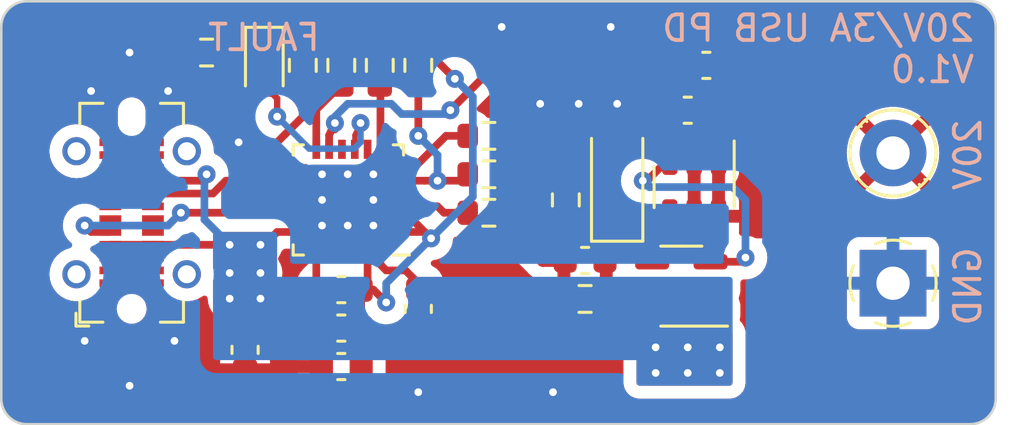
<source format=kicad_pcb>
(kicad_pcb (version 20221018) (generator pcbnew)
  (layers (0 "F.Cu" signal) (31 "B.Cu" power) (34 "B.Paste" user) (35 "F.Paste" user) (36 "B.SilkS" user "B.Silkscreen") (37 "F.SilkS" user "F.Silkscreen") (38 "B.Mask" user) (39 "F.Mask" user) (44 "Edge.Cuts" user))
  (net 0 "")
  (net 1 "VBUS")
  (net 2 "Net-(D1-A)")
  (net 3 "+20V")
  (net 4 "GND")
  (net 5 "Net-(U1-VCCD)")
  (net 6 "Net-(D1-K)")
  (net 7 "Net-(D2-K)")
  (net 10 "/USB_UFP_CC1")
  (net 18 "/USB_UFP_CC2")
  (net 25 "Net-(U1-VBUS_FET_EN)")
  (net 26 "Net-(U1-HPI_SDA)")
  (net 27 "Net-(U1-HPI_SCL)")
  (net 28 "Net-(U1-HPI_INT)")
  (net 29 "Net-(U1-ISNK_COARSE)")
  (net 30 "Net-(U1-ISNK_FINE)")
  (net 37 "/USB_PD_VDDD_3V3")
  (net 38 "/FAULT")
  (footprint "Resistor_SMD:R_0603_1608Metric" (layer "F.Cu") (at 64.5 82.75)
    (fp_text reference "R9" hide)
    (fp_text value "5k1" hide)
    (fp_line (start -0.237258 -0.5225) (end 0.237258 -0.5225) (stroke (width 0.12)) (layer "F.SilkS"))
    (fp_line (start -0.237258 0.5225) (end 0.237258 0.5225) (stroke (width 0.12)) (layer "F.SilkS"))
    (pad "1" smd roundrect (at -0.825 0) (size 0.8 0.95) (layers "F.Cu" "F.Paste" "F.Mask") (net 29 "Net-(U1-ISNK_COARSE)"))
    (pad "2" smd roundrect (at 0.825 0) (size 0.8 0.95) (layers "F.Cu" "F.Paste" "F.Mask") (net 4 "GND"))
  )
  (footprint "Capacitor_SMD:C_0603_1608Metric" (layer "F.Cu") (at 72.25 80.25 180)
    (fp_text reference "C2" hide)
    (fp_text value "1u" hide)
    (fp_line (start -0.14058 -0.51) (end 0.14058 -0.51) (stroke (width 0.12)) (layer "F.SilkS"))
    (fp_line (start -0.14058 0.51) (end 0.14058 0.51) (stroke (width 0.12)) (layer "F.SilkS"))
    (pad "1" smd roundrect (at -0.775 0 180) (size 0.9 0.95) (layers "F.Cu" "F.Paste" "F.Mask") (net 3 "+20V"))
    (pad "2" smd roundrect (at 0.775 0 180) (size 0.9 0.95) (layers "F.Cu" "F.Paste" "F.Mask") (net 2 "Net-(D1-A)"))
  )
  (footprint "Resistor_SMD:R_0603_1608Metric" (layer "F.Cu") (at 64.5 81.25)
    (fp_text reference "R10" hide)
    (fp_text value "5k1" hide)
    (fp_line (start -0.237258 -0.5225) (end 0.237258 -0.5225) (stroke (width 0.12)) (layer "F.SilkS"))
    (fp_line (start -0.237258 0.5225) (end 0.237258 0.5225) (stroke (width 0.12)) (layer "F.SilkS"))
    (pad "1" smd roundrect (at -0.825 0) (size 0.8 0.95) (layers "F.Cu" "F.Paste" "F.Mask") (net 30 "Net-(U1-ISNK_FINE)"))
    (pad "2" smd roundrect (at 0.825 0) (size 0.8 0.95) (layers "F.Cu" "F.Paste" "F.Mask") (net 4 "GND"))
  )
  (footprint "Resistor_SMD:R_0603_1608Metric" (layer "F.Cu") (at 53.5 78 180)
    (fp_text reference "R8" hide)
    (fp_text value "10k" hide)
    (fp_line (start -0.237258 -0.5225) (end 0.237258 -0.5225) (stroke (width 0.12)) (layer "F.SilkS"))
    (fp_line (start -0.237258 0.5225) (end 0.237258 0.5225) (stroke (width 0.12)) (layer "F.SilkS"))
    (pad "1" smd roundrect (at -0.825 0 180) (size 0.8 0.95) (layers "F.Cu" "F.Paste" "F.Mask") (net 7 "Net-(D2-K)"))
    (pad "2" smd roundrect (at 0.825 0 180) (size 0.8 0.95) (layers "F.Cu" "F.Paste" "F.Mask") (net 4 "GND"))
  )
  (footprint "Cake_USB:CYPD3177_24LQx_QFN-24_EP_4x4_Pitch0.5mm" (layer "F.Cu") (at 58.68125 83.40625 180)
    (fp_text reference "U1" hide)
    (fp_text value "CYPD3177_24x")
    (fp_line (start -2.49375 1.80625) (end -2.49375 1.40625) (stroke (width 0.12)) (layer "F.SilkS"))
    (fp_line (start -2.09375 -2.49375) (end -2.71875 -2.49375) (stroke (width 0.12)) (layer "F.SilkS"))
    (fp_line (start -2.09375 1.80625) (end -2.49375 1.80625) (stroke (width 0.12)) (layer "F.SilkS"))
    (fp_line (start 1.40625 -2.49375) (end 1.80625 -2.49375) (stroke (width 0.12)) (layer "F.SilkS"))
    (fp_line (start 1.40625 1.80625) (end 1.80625 1.80625) (stroke (width 0.12)) (layer "F.SilkS"))
    (fp_line (start 1.80625 -2.49375) (end 1.80625 -2.09375) (stroke (width 0.12)) (layer "F.SilkS"))
    (fp_line (start 1.80625 1.80625) (end 1.80625 1.40625) (stroke (width 0.12)) (layer "F.SilkS"))
    (pad "1" smd rect (at -2.31875 -1.59375 270) (size 0.3 0.75) (layers "F.Cu" "F.Paste" "F.Mask") (net 37 "/USB_PD_VDDD_3V3"))
    (pad "2" smd rect (at -2.31875 -1.09375 270) (size 0.3 0.75) (layers "F.Cu" "F.Paste" "F.Mask") (net 37 "/USB_PD_VDDD_3V3"))
    (pad "3" smd rect (at -2.31875 -0.59375 270) (size 0.3 0.75) (layers "F.Cu" "F.Paste" "F.Mask") (net 25 "Net-(U1-VBUS_FET_EN)"))
    (pad "4" smd rect (at -2.31875 -0.09375 270) (size 0.3 0.75) (layers "F.Cu" "F.Paste" "F.Mask"))
    (pad "5" smd rect (at -2.31875 0.40625 270) (size 0.3 0.75) (layers "F.Cu" "F.Paste" "F.Mask") (net 29 "Net-(U1-ISNK_COARSE)"))
    (pad "6" smd rect (at -2.31875 0.90625 270) (size 0.3 0.75) (layers "F.Cu" "F.Paste" "F.Mask") (net 30 "Net-(U1-ISNK_FINE)"))
    (pad "7" smd rect (at -1.59375 1.63125 180) (size 0.3 0.75) (layers "F.Cu" "F.Paste" "F.Mask") (net 28 "Net-(U1-HPI_INT)"))
    (pad "8" smd rect (at -1.09375 1.63125 180) (size 0.3 0.75) (layers "F.Cu" "F.Paste" "F.Mask"))
    (pad "9" smd rect (at -0.59375 1.63125 180) (size 0.3 0.75) (layers "F.Cu" "F.Paste" "F.Mask") (net 38 "/FAULT"))
    (pad "10" smd rect (at -0.09375 1.63125 180) (size 0.3 0.75) (layers "F.Cu" "F.Paste" "F.Mask"))
    (pad "11" smd rect (at 0.40625 1.63125 180) (size 0.3 0.75) (layers "F.Cu" "F.Paste" "F.Mask") (net 3 "+20V"))
    (pad "12" smd rect (at 0.90625 1.63125 180) (size 0.3 0.75) (layers "F.Cu" "F.Paste" "F.Mask") (net 26 "Net-(U1-HPI_SDA)"))
    (pad "13" smd rect (at 1.63125 0.90625 270) (size 0.3 0.75) (layers "F.Cu" "F.Paste" "F.Mask") (net 27 "Net-(U1-HPI_SCL)"))
    (pad "14" smd rect (at 1.63125 0.40625 270) (size 0.3 0.75) (layers "F.Cu" "F.Paste" "F.Mask") (net 18 "/USB_UFP_CC2"))
    (pad "15" smd rect (at 1.63125 -0.09375 270) (size 0.3 0.75) (layers "F.Cu" "F.Paste" "F.Mask") (net 10 "/USB_UFP_CC1"))
    (pad "16" smd rect (at 1.63125 -0.59375 270) (size 0.3 0.75) (layers "F.Cu" "F.Paste" "F.Mask"))
    (pad "17" smd rect (at 1.63125 -1.09375 270) (size 0.3 0.75) (layers "F.Cu" "F.Paste" "F.Mask"))
    (pad "18" smd rect (at 1.63125 -1.59375 270) (size 0.3 0.75) (layers "F.Cu" "F.Paste" "F.Mask") (net 1 "VBUS"))
    (pad "19" smd rect (at 0.90625 -2.31875 180) (size 0.3 0.75) (layers "F.Cu" "F.Paste" "F.Mask") (net 4 "GND"))
    (pad "20" smd rect (at 0.40625 -2.31875 180) (size 0.3 0.75) (layers "F.Cu" "F.Paste" "F.Mask"))
    (pad "21" smd rect (at -0.09375 -2.31875 180) (size 0.3 0.75) (layers "F.Cu" "F.Paste" "F.Mask"))
    (pad "22" smd rect (at -0.59375 -2.31875 180) (size 0.3 0.75) (layers "F.Cu" "F.Paste" "F.Mask") (net 4 "GND"))
    (pad "23" smd rect (at -1.09375 -2.31875 180) (size 0.3 0.75) (layers "F.Cu" "F.Paste" "F.Mask") (net 37 "/USB_PD_VDDD_3V3"))
    (pad "24" smd rect (at -1.59375 -2.31875 180) (size 0.3 0.75) (layers "F.Cu" "F.Paste" "F.Mask") (net 5 "Net-(U1-VCCD)"))
    (pad "25" smd rect (at -1.375 -1.375 180) (size 0.6875 0.6875) (layers "F.Cu" "F.Paste" "F.Mask") (net 4 "GND"))
    (pad "25" smd rect (at -1.375 -0.6875 180) (size 0.6875 0.6875) (layers "F.Cu" "F.Paste" "F.Mask") (net 4 "GND"))
    (pad "25" smd rect (at -1.375 0 180) (size 0.6875 0.6875) (layers "F.Cu" "F.Paste" "F.Mask") (net 4 "GND"))
    (pad "25" smd rect (at -1.375 0.6875 180) (size 0.6875 0.6875) (layers "F.Cu" "F.Paste" "F.Mask") (net 4 "GND"))
    (pad "25" smd rect (at -0.6875 -1.375 180) (size 0.6875 0.6875) (layers "F.Cu" "F.Paste" "F.Mask") (net 4 "GND"))
    (pad "25" smd rect (at -0.6875 -0.6875 180) (size 0.6875 0.6875) (layers "F.Cu" "F.Paste" "F.Mask") (net 4 "GND"))
    (pad "25" smd rect (at -0.6875 0 180) (size 0.6875 0.6875) (layers "F.Cu" "F.Paste" "F.Mask") (net 4 "GND"))
    (pad "25" smd rect (at -0.6875 0.6875 180) (size 0.6875 0.6875) (layers "F.Cu" "F.Paste" "F.Mask") (net 4 "GND"))
    (pad "25" smd rect (at 0 -1.375 180) (size 0.6875 0.6875) (layers "F.Cu" "F.Paste" "F.Mask") (net 4 "GND"))
    (pad "25" smd rect (at 0 -0.6875 180) (size 0.6875 0.6875) (layers "F.Cu" "F.Paste" "F.Mask") (net 4 "GND"))
    (pad "25" smd rect (at 0 0 180) (size 0.6875 0.6875) (layers "F.Cu" "F.Paste" "F.Mask") (net 4 "GND"))
    (pad "25" smd rect (at 0 0.6875 180) (size 0.6875 0.6875) (layers "F.Cu" "F.Paste" "F.Mask") (net 4 "GND"))
    (pad "25" smd rect (at 0.6875 -1.375 180) (size 0.6875 0.6875) (layers "F.Cu" "F.Paste" "F.Mask") (net 4 "GND"))
    (pad "25" smd rect (at 0.6875 -0.6875 180) (size 0.6875 0.6875) (layers "F.Cu" "F.Paste" "F.Mask") (net 4 "GND"))
    (pad "25" smd rect (at 0.6875 0 180) (size 0.6875 0.6875) (layers "F.Cu" "F.Paste" "F.Mask") (net 4 "GND"))
    (pad "25" smd rect (at 0.6875 0.6875 180) (size 0.6875 0.6875) (layers "F.Cu" "F.Paste" "F.Mask") (net 4 "GND"))
  )
  (footprint "Diode_SMD:D_SOD-123" (layer "F.Cu") (at 69.5 83 90)
    (fp_text reference "D1" hide)
    (fp_text value "BZT52C12")
    (fp_line (start -2.36 -1) (end -2.36 1) (stroke (width 0.12)) (layer "F.SilkS"))
    (fp_line (start -2.36 -1) (end 1.65 -1) (stroke (width 0.12)) (layer "F.SilkS"))
    (fp_line (start -2.36 1) (end 1.65 1) (stroke (width 0.12)) (layer "F.SilkS"))
    (pad "1" smd roundrect (at -1.65 0 90) (size 0.9 1.2) (layers "F.Cu" "F.Paste" "F.Mask") (net 6 "Net-(D1-K)"))
    (pad "2" smd roundrect (at 1.65 0 90) (size 0.9 1.2) (layers "F.Cu" "F.Paste" "F.Mask") (net 2 "Net-(D1-A)"))
  )
  (footprint "Capacitor_SMD:C_0603_1608Metric" (layer "F.Cu") (at 58.75 87.25 180)
    (fp_text reference "C7" hide)
    (fp_text value "100n" hide)
    (fp_line (start -0.14058 -0.51) (end 0.14058 -0.51) (stroke (width 0.12)) (layer "F.SilkS"))
    (fp_line (start -0.14058 0.51) (end 0.14058 0.51) (stroke (width 0.12)) (layer "F.SilkS"))
    (pad "1" smd roundrect (at -0.775 0 180) (size 0.9 0.95) (layers "F.Cu" "F.Paste" "F.Mask") (net 37 "/USB_PD_VDDD_3V3"))
    (pad "2" smd roundrect (at 0.775 0 180) (size 0.9 0.95) (layers "F.Cu" "F.Paste" "F.Mask") (net 4 "GND"))
  )
  (footprint "Capacitor_SMD:C_0603_1608Metric" (layer "F.Cu") (at 55 89.6 -90)
    (fp_text reference "C3" hide)
    (fp_text value "3u3" hide)
    (fp_line (start -0.14058 -0.51) (end 0.14058 -0.51) (stroke (width 0.12)) (layer "F.SilkS"))
    (fp_line (start -0.14058 0.51) (end 0.14058 0.51) (stroke (width 0.12)) (layer "F.SilkS"))
    (pad "1" smd roundrect (at -0.775 0 270) (size 0.9 0.95) (layers "F.Cu" "F.Paste" "F.Mask") (net 1 "VBUS"))
    (pad "2" smd roundrect (at 0.775 0 270) (size 0.9 0.95) (layers "F.Cu" "F.Paste" "F.Mask") (net 4 "GND"))
  )
  (footprint "Cake_USB:USB_C_Receptacle_GT-USB-7052" (layer "F.Cu") (at 49.5 84.25 90)
    (fp_text reference "J2" hide)
    (fp_text value "USB_C_Receptacle" hide)
    (fp_line (start -4.42 -1.09) (end -4.42 -0.59) (stroke (width 0.12)) (layer "F.SilkS"))
    (fp_line (start -4.42 -1.09) (end -3.92 -1.09) (stroke (width 0.12)) (layer "F.SilkS"))
    (fp_line (start -4.27 -0.94) (end -4.27 -0.04) (stroke (width 0.12)) (layer "F.SilkS"))
    (fp_line (start -4.27 -0.94) (end -3.47 -0.94) (stroke (width 0.12)) (layer "F.SilkS"))
    (fp_line (start -4.27 3.1) (end -4.27 2.2) (stroke (width 0.12)) (layer "F.SilkS"))
    (fp_line (start -4.27 3.1) (end -3.47 3.1) (stroke (width 0.12)) (layer "F.SilkS"))
    (fp_line (start 4.27 -0.94) (end 3.47 -0.94) (stroke (width 0.12)) (layer "F.SilkS"))
    (fp_line (start 4.27 -0.94) (end 4.27 -0.04) (stroke (width 0.12)) (layer "F.SilkS"))
    (fp_line (start 4.27 3.1) (end 3.47 3.1) (stroke (width 0.12)) (layer "F.SilkS"))
    (fp_line (start 4.27 3.1) (end 4.27 2.2) (stroke (width 0.12)) (layer "F.SilkS"))
    (pad "" np_thru_hole circle (at -3.75 1.08 90) (size 0.66 0.66) (drill 0.66) (layers "F&B.Cu" "*.Mask"))
    (pad "" np_thru_hole oval (at 3.75 1.08 90) (size 1 0.58) (drill oval 1 0.58) (layers "F&B.Cu" "*.Mask"))
    (pad "A1" smd rect (at -2.75 0.25 90) (size 0.3 0.85) (layers "F.Cu" "F.Paste" "F.Mask") (net 4 "GND"))
    (pad "A2" smd rect (at -2.25 0.25 90) (size 0.3 0.85) (layers "F.Cu" "F.Paste" "F.Mask"))
    (pad "A3" smd rect (at -1.75 0.25 90) (size 0.3 0.85) (layers "F.Cu" "F.Paste" "F.Mask"))
    (pad "A4" smd rect (at -1.25 0.25 90) (size 0.3 0.85) (layers "F.Cu" "F.Paste" "F.Mask") (net 1 "VBUS"))
    (pad "A5" smd rect (at -0.75 0.25 90) (size 0.3 0.85) (layers "F.Cu" "F.Paste" "F.Mask") (net 10 "/USB_UFP_CC1"))
    (pad "A6" smd rect (at -0.25 0.25 90) (size 0.3 0.85) (layers "F.Cu" "F.Paste" "F.Mask"))
    (pad "A7" smd rect (at 0.25 0.25 90) (size 0.3 0.85) (layers "F.Cu" "F.Paste" "F.Mask"))
    (pad "A8" smd rect (at 0.75 0.25 90) (size 0.3 0.85) (layers "F.Cu" "F.Paste" "F.Mask"))
    (pad "A9" smd rect (at 1.25 0.25 90) (size 0.3 0.85) (layers "F.Cu" "F.Paste" "F.Mask") (net 1 "VBUS"))
    (pad "A10" smd rect (at 1.75 0.25 90) (size 0.3 0.85) (layers "F.Cu" "F.Paste" "F.Mask"))
    (pad "A11" smd rect (at 2.25 0.25 90) (size 0.3 0.85) (layers "F.Cu" "F.Paste" "F.Mask"))
    (pad "A12" smd rect (at 2.75 0.25 90) (size 0.3 0.85) (layers "F.Cu" "F.Paste" "F.Mask") (net 4 "GND"))
    (pad "B1" smd rect (at 2.75 1.91 90) (size 0.3 0.85) (layers "F.Cu" "F.Paste" "F.Mask") (net 4 "GND"))
    (pad "B2" smd rect (at 2.25 1.91 90) (size 0.3 0.85) (layers "F.Cu" "F.Paste" "F.Mask"))
    (pad "B3" smd rect (at 1.75 1.91 90) (size 0.3 0.85) (layers "F.Cu" "F.Paste" "F.Mask"))
    (pad "B4" smd rect (at 1.25 1.91 90) (size 0.3 0.85) (layers "F.Cu" "F.Paste" "F.Mask") (net 1 "VBUS"))
    (pad "B5" smd rect (at 0.75 1.91 90) (size 0.3 0.85) (layers "F.Cu" "F.Paste" "F.Mask") (net 18 "/USB_UFP_CC2"))
    (pad "B6" smd rect (at 0.25 1.91 90) (size 0.3 0.85) (layers "F.Cu" "F.Paste" "F.Mask"))
    (pad "B7" smd rect (at -0.25 1.91 90) (size 0.3 0.85) (layers "F.Cu" "F.Paste" "F.Mask"))
    (pad "B8" smd rect (at -0.75 1.91 90) (size 0.3 0.85) (layers "F.Cu" "F.Paste" "F.Mask"))
    (pad "B9" smd rect (at -1.25 1.91 90) (size 0.3 0.85) (layers "F.Cu" "F.Paste" "F.Mask") (net 1 "VBUS"))
    (pad "B10" smd rect (at -1.75 1.91 90) (size 0.3 0.85) (layers "F.Cu" "F.Paste" "F.Mask"))
    (pad "B11" smd rect (at -2.25 1.91 90) (size 0.3 0.85) (layers "F.Cu" "F.Paste" "F.Mask"))
    (pad "B12" smd rect (at -2.75 1.91 90) (size 0.3 0.85) (layers "F.Cu" "F.Paste" "F.Mask") (net 4 "GND"))
    (pad "S1" thru_hole circle (at -2.4 -1.07 90) (size 1.1 1.1) (drill 0.7) (layers "*.Cu" "*.Mask" "F.Paste"))
    (pad "S1" thru_hole circle (at -2.4 3.23 90) (size 1.1 1.1) (drill 0.7) (layers "*.Cu" "*.Mask" "F.Paste"))
    (pad "S1" thru_hole circle (at 2.4 -1.07 90) (size 1.1 1.1) (drill 0.7) (layers "*.Cu" "*.Mask" "F.Paste"))
    (pad "S1" thru_hole circle (at 2.4 3.23 90) (size 1.1 1.1) (drill 0.7) (layers "*.Cu" "*.Mask" "F.Paste"))
    (zone (net 0) (net_name "") (layer "F.Cu") (name "peg") (connect_pads (clearance 0)) (min_thickness 0.254)
      (keepout (tracks allowed) (vias allowed) (pads not_allowed) (copperpour not_allowed) (footprints not_allowed))
      (fill (thermal_gap 0.508) (thermal_bridge_width 0.508))
      (polygon (pts (xy 48.78 83.45) (xy 48.78 85.05) (xy 48.08 85.05) (xy 48.08 83.45)))
    )
    (zone (net 0) (net_name "") (layer "F.Cu") (name "peg") (connect_pads (clearance 0)) (min_thickness 0.254)
      (keepout (tracks allowed) (vias allowed) (pads not_allowed) (copperpour not_allowed) (footprints not_allowed))
      (fill (thermal_gap 0.508) (thermal_bridge_width 0.508))
      (polygon (pts (xy 53.08 83.45) (xy 53.08 85.05) (xy 52.38 85.05) (xy 52.38 83.45)))
    )
  )
  (footprint "Resistor_SMD:R_0603_1608Metric" (layer "F.Cu") (at 68.25 87.6125 180)
    (fp_text reference "R1" hide)
    (fp_text value "10k" hide)
    (fp_line (start -0.237258 -0.5225) (end 0.237258 -0.5225) (stroke (width 0.12)) (layer "F.SilkS"))
    (fp_line (start -0.237258 0.5225) (end 0.237258 0.5225) (stroke (width 0.12)) (layer "F.SilkS"))
    (pad "1" smd roundrect (at -0.825 0 180) (size 0.8 0.95) (layers "F.Cu" "F.Paste" "F.Mask") (net 1 "VBUS"))
    (pad "2" smd roundrect (at 0.825 0 180) (size 0.8 0.95) (layers "F.Cu" "F.Paste" "F.Mask") (net 2 "Net-(D1-A)"))
  )
  (footprint "Resistor_SMD:R_0603_1608Metric" (layer "F.Cu") (at 57.25 78.5 -90)
    (fp_text reference "R5" hide)
    (fp_text value "10k" hide)
    (fp_line (start -0.237258 -0.5225) (end 0.237258 -0.5225) (stroke (width 0.12)) (layer "F.SilkS"))
    (fp_line (start -0.237258 0.5225) (end 0.237258 0.5225) (stroke (width 0.12)) (layer "F.SilkS"))
    (pad "1" smd roundrect (at -0.825 0 270) (size 0.8 0.95) (layers "F.Cu" "F.Paste" "F.Mask") (net 37 "/USB_PD_VDDD_3V3"))
    (pad "2" smd roundrect (at 0.825 0 270) (size 0.8 0.95) (layers "F.Cu" "F.Paste" "F.Mask") (net 27 "Net-(U1-HPI_SCL)"))
  )
  (footprint "Resistor_SMD:R_0603_1608Metric" (layer "F.Cu") (at 60.25 78.5 -90)
    (fp_text reference "R6" hide)
    (fp_text value "10k" hide)
    (fp_line (start -0.237258 -0.5225) (end 0.237258 -0.5225) (stroke (width 0.12)) (layer "F.SilkS"))
    (fp_line (start -0.237258 0.5225) (end 0.237258 0.5225) (stroke (width 0.12)) (layer "F.SilkS"))
    (pad "1" smd roundrect (at -0.825 0 270) (size 0.8 0.95) (layers "F.Cu" "F.Paste" "F.Mask") (net 37 "/USB_PD_VDDD_3V3"))
    (pad "2" smd roundrect (at 0.825 0 270) (size 0.8 0.95) (layers "F.Cu" "F.Paste" "F.Mask") (net 28 "Net-(U1-HPI_INT)"))
  )
  (footprint "Resistor_SMD:R_0603_1608Metric" (layer "F.Cu") (at 58.75 78.5 -90)
    (fp_text reference "R4" hide)
    (fp_text value "10k" hide)
    (fp_line (start -0.237258 -0.5225) (end 0.237258 -0.5225) (stroke (width 0.12)) (layer "F.SilkS"))
    (fp_line (start -0.237258 0.5225) (end 0.237258 0.5225) (stroke (width 0.12)) (layer "F.SilkS"))
    (pad "1" smd roundrect (at -0.825 0 270) (size 0.8 0.95) (layers "F.Cu" "F.Paste" "F.Mask") (net 37 "/USB_PD_VDDD_3V3"))
    (pad "2" smd roundrect (at 0.825 0 270) (size 0.8 0.95) (layers "F.Cu" "F.Paste" "F.Mask") (net 26 "Net-(U1-HPI_SDA)"))
  )
  (footprint "Resistor_SMD:R_0603_1608Metric" (layer "F.Cu") (at 61.75 78.5 -90)
    (fp_text reference "R7" hide)
    (fp_text value "5k1" hide)
    (fp_line (start -0.237258 -0.5225) (end 0.237258 -0.5225) (stroke (width 0.12)) (layer "F.SilkS"))
    (fp_line (start -0.237258 0.5225) (end 0.237258 0.5225) (stroke (width 0.12)) (layer "F.SilkS"))
    (pad "1" smd roundrect (at -0.825 0 270) (size 0.8 0.95) (layers "F.Cu" "F.Paste" "F.Mask") (net 37 "/USB_PD_VDDD_3V3"))
    (pad "2" smd roundrect (at 0.825 0 270) (size 0.8 0.95) (layers "F.Cu" "F.Paste" "F.Mask") (net 29 "Net-(U1-ISNK_COARSE)"))
  )
  (footprint "Capacitor_SMD:C_0603_1608Metric" (layer "F.Cu") (at 72.975 78.5)
    (fp_text reference "C8" hide)
    (fp_text value "3u3" hide)
    (fp_line (start -0.14058 -0.51) (end 0.14058 -0.51) (stroke (width 0.12)) (layer "F.SilkS"))
    (fp_line (start -0.14058 0.51) (end 0.14058 0.51) (stroke (width 0.12)) (layer "F.SilkS"))
    (pad "1" smd roundrect (at -0.775 0) (size 0.9 0.95) (layers "F.Cu" "F.Paste" "F.Mask") (net 3 "+20V"))
    (pad "2" smd roundrect (at 0.775 0) (size 0.9 0.95) (layers "F.Cu" "F.Paste" "F.Mask") (net 4 "GND"))
  )
  (footprint "Capacitor_SMD:C_0603_1608Metric" (layer "F.Cu") (at 58.75 90.25 180)
    (fp_text reference "C5" hide)
    (fp_text value "100n")
    (fp_line (start -0.14058 -0.51) (end 0.14058 -0.51) (stroke (width 0.12)) (layer "F.SilkS"))
    (fp_line (start -0.14058 0.51) (end 0.14058 0.51) (stroke (width 0.12)) (layer "F.SilkS"))
    (pad "1" smd roundrect (at -0.775 0 180) (size 0.9 0.95) (layers "F.Cu" "F.Paste" "F.Mask") (net 37 "/USB_PD_VDDD_3V3"))
    (pad "2" smd roundrect (at 0.775 0 180) (size 0.9 0.95) (layers "F.Cu" "F.Paste" "F.Mask") (net 4 "GND"))
  )
  (footprint "Capacitor_SMD:C_0603_1608Metric" (layer "F.Cu") (at 68.25 86.1125 180)
    (fp_text reference "C1" hide)
    (fp_text value "1u" hide)
    (fp_line (start -0.14058 -0.51) (end 0.14058 -0.51) (stroke (width 0.12)) (layer "F.SilkS"))
    (fp_line (start -0.14058 0.51) (end 0.14058 0.51) (stroke (width 0.12)) (layer "F.SilkS"))
    (pad "1" smd roundrect (at -0.775 0 180) (size 0.9 0.95) (layers "F.Cu" "F.Paste" "F.Mask") (net 1 "VBUS"))
    (pad "2" smd roundrect (at 0.775 0 180) (size 0.9 0.95) (layers "F.Cu" "F.Paste" "F.Mask") (net 2 "Net-(D1-A)"))
  )
  (footprint "TerminalBlock_Phoenix:TerminalBlock_Phoenix_MKDS-1,5-2-5.08_1x02_P5.08mm_Horizontal" (layer "F.Cu") (at 80.25 87 90)
    (fp_text reference "J1" hide)
    (fp_text value "Screw_Terminal_01x02" hide)
    (fp_line (start 3.853 1.023) (end 3.806 1.069) (stroke (width 0.12)) (layer "F.SilkS"))
    (fp_line (start 4.046 1.239) (end 4.011 1.274) (stroke (width 0.12)) (layer "F.SilkS"))
    (fp_line (start 6.15 -1.275) (end 6.115 -1.239) (stroke (width 0.12)) (layer "F.SilkS"))
    (fp_line (start 6.355 -1.069) (end 6.308 -1.023) (stroke (width 0.12)) (layer "F.SilkS"))
    (fp_arc (start -1.535427 0.683042) (mid -1.680501 -0.000524) (end -1.535 -0.684) (stroke (width 0.12)) (layer "F.SilkS"))
    (fp_arc (start -0.683042 -1.535427) (mid 0.000524 -1.680501) (end 0.684 -1.535) (stroke (width 0.12)) (layer "F.SilkS"))
    (fp_arc (start 0.028805 1.680253) (mid -0.335551 1.646659) (end -0.684 1.535) (stroke (width 0.12)) (layer "F.SilkS"))
    (fp_arc (start 0.683318 1.534756) (mid 0.349292 1.643288) (end 0 1.68) (stroke (width 0.12)) (layer "F.SilkS"))
    (fp_arc (start 1.535427 -0.683042) (mid 1.680501 0.000524) (end 1.535 0.684) (stroke (width 0.12)) (layer "F.SilkS"))
    (fp_circle (center 5.08 0) (end 6.76 0) (stroke (width 0.12)) (fill none) (layer "F.SilkS"))
    (pad "1" thru_hole rect (at 0 0 90) (size 2.6 2.6) (drill 1.3) (layers "*.Cu" "*.Mask") (net 4 "GND"))
    (pad "2" thru_hole circle (at 5.08 0 90) (size 2.6 2.6) (drill 1.3) (layers "*.Cu" "*.Mask") (net 3 "+20V"))
  )
  (footprint "Capacitor_SMD:C_0603_1608Metric" (layer "F.Cu") (at 58.75 88.75 180)
    (fp_text reference "C6" hide)
    (fp_text value "1u" hide)
    (fp_line (start -0.14058 -0.51) (end 0.14058 -0.51) (stroke (width 0.12)) (layer "F.SilkS"))
    (fp_line (start -0.14058 0.51) (end 0.14058 0.51) (stroke (width 0.12)) (layer "F.SilkS"))
    (pad "1" smd roundrect (at -0.775 0 180) (size 0.9 0.95) (layers "F.Cu" "F.Paste" "F.Mask") (net 37 "/USB_PD_VDDD_3V3"))
    (pad "2" smd roundrect (at 0.775 0 180) (size 0.9 0.95) (layers "F.Cu" "F.Paste" "F.Mask") (net 4 "GND"))
  )
  (footprint "Package_TO_SOT_SMD:SOT-23-6" (layer "F.Cu") (at 72 87.1125 180)
    (fp_text reference "Q1" hide)
    (fp_text value "SI3421DV")
    (fp_line (start 0 -1.56) (end -1.8 -1.56) (stroke (width 0.12)) (layer "F.SilkS"))
    (fp_line (start 0 -1.56) (end 0.8 -1.56) (stroke (width 0.12)) (layer "F.SilkS"))
    (fp_line (start 0 1.56) (end -0.8 1.56) (stroke (width 0.12)) (layer "F.SilkS"))
    (fp_line (start 0 1.56) (end 0.8 1.56) (stroke (width 0.12)) (layer "F.SilkS"))
    (pad "1" smd roundrect (at -1.1375 -0.95 180) (size 1.325 0.6) (layers "F.Cu" "F.Paste" "F.Mask") (net 1 "VBUS"))
    (pad "2" smd roundrect (at -1.1375 0 180) (size 1.325 0.6) (layers "F.Cu" "F.Paste" "F.Mask") (net 1 "VBUS"))
    (pad "3" smd roundrect (at -1.1375 0.95 180) (size 1.325 0.6) (layers "F.Cu" "F.Paste" "F.Mask") (net 2 "Net-(D1-A)"))
    (pad "4" smd roundrect (at 1.1375 0.95 180) (size 1.325 0.6) (layers "F.Cu" "F.Paste" "F.Mask") (net 6 "Net-(D1-K)"))
    (pad "5" smd roundrect (at 1.1375 0 180) (size 1.325 0.6) (layers "F.Cu" "F.Paste" "F.Mask") (net 1 "VBUS"))
    (pad "6" smd roundrect (at 1.1375 -0.95 180) (size 1.325 0.6) (layers "F.Cu" "F.Paste" "F.Mask") (net 1 "VBUS"))
  )
  (footprint "Package_TO_SOT_SMD:SOT-23-6" (layer "F.Cu") (at 72.5 83.25 -90)
    (fp_text reference "Q2" hide)
    (fp_text value "SI3421DV")
    (fp_line (start 0 -1.56) (end -1.8 -1.56) (stroke (width 0.12)) (layer "F.SilkS"))
    (fp_line (start 0 -1.56) (end 0.8 -1.56) (stroke (width 0.12)) (layer "F.SilkS"))
    (fp_line (start 0 1.56) (end -0.8 1.56) (stroke (width 0.12)) (layer "F.SilkS"))
    (fp_line (start 0 1.56) (end 0.8 1.56) (stroke (width 0.12)) (layer "F.SilkS"))
    (pad "1" smd roundrect (at -1.1375 -0.95 270) (size 1.325 0.6) (layers "F.Cu" "F.Paste" "F.Mask") (net 3 "+20V"))
    (pad "2" smd roundrect (at -1.1375 0 270) (size 1.325 0.6) (layers "F.Cu" "F.Paste" "F.Mask") (net 3 "+20V"))
    (pad "3" smd roundrect (at -1.1375 0.95 270) (size 1.325 0.6) (layers "F.Cu" "F.Paste" "F.Mask") (net 2 "Net-(D1-A)"))
    (pad "4" smd roundrect (at 1.1375 0.95 270) (size 1.325 0.6) (layers "F.Cu" "F.Paste" "F.Mask") (net 6 "Net-(D1-K)"))
    (pad "5" smd roundrect (at 1.1375 0 270) (size 1.325 0.6) (layers "F.Cu" "F.Paste" "F.Mask") (net 3 "+20V"))
    (pad "6" smd roundrect (at 1.1375 -0.95 270) (size 1.325 0.6) (layers "F.Cu" "F.Paste" "F.Mask") (net 3 "+20V"))
  )
  (footprint "Resistor_SMD:R_0603_1608Metric" (layer "F.Cu") (at 64.5 84.25 180)
    (fp_text reference "R3" hide)
    (fp_text value "1k" hide)
    (fp_line (start -0.237258 -0.5225) (end 0.237258 -0.5225) (stroke (width 0.12)) (layer "F.SilkS"))
    (fp_line (start -0.237258 0.5225) (end 0.237258 0.5225) (stroke (width 0.12)) (layer "F.SilkS"))
    (pad "1" smd roundrect (at -0.825 0 180) (size 0.8 0.95) (layers "F.Cu" "F.Paste" "F.Mask") (net 2 "Net-(D1-A)"))
    (pad "2" smd roundrect (at 0.825 0 180) (size 0.8 0.95) (layers "F.Cu" "F.Paste" "F.Mask") (net 25 "Net-(U1-VBUS_FET_EN)"))
  )
  (footprint "Resistor_SMD:R_0603_1608Metric" (layer "F.Cu") (at 67.5 83.75 90)
    (fp_text reference "R2" hide)
    (fp_text value "50k" hide)
    (fp_line (start -0.237258 -0.5225) (end 0.237258 -0.5225) (stroke (width 0.12)) (layer "F.SilkS"))
    (fp_line (start -0.237258 0.5225) (end 0.237258 0.5225) (stroke (width 0.12)) (layer "F.SilkS"))
    (pad "1" smd roundrect (at -0.825 0 90) (size 0.8 0.95) (layers "F.Cu" "F.Paste" "F.Mask") (net 6 "Net-(D1-K)"))
    (pad "2" smd roundrect (at 0.825 0 90) (size 0.8 0.95) (layers "F.Cu" "F.Paste" "F.Mask") (net 2 "Net-(D1-A)"))
  )
  (footprint "LED_SMD:LED_0603_1608Metric" (layer "F.Cu") (at 55.75 78.5 -90)
    (fp_text reference "D2" hide)
    (fp_text value "RED")
    (fp_line (start -1.485 -0.735) (end -1.485 0.735) (stroke (width 0.12)) (layer "F.SilkS"))
    (fp_line (start -1.485 0.735) (end 0.8 0.735) (stroke (width 0.12)) (layer "F.SilkS"))
    (fp_line (start 0.8 -0.735) (end -1.485 -0.735) (stroke (width 0.12)) (layer "F.SilkS"))
    (pad "1" smd roundrect (at -0.7875 0 270) (size 0.875 0.95) (layers "F.Cu" "F.Paste" "F.Mask") (net 7 "Net-(D2-K)"))
    (pad "2" smd roundrect (at 0.7875 0 270) (size 0.875 0.95) (layers "F.Cu" "F.Paste" "F.Mask") (net 38 "/FAULT"))
  )
  (footprint "Capacitor_SMD:C_0603_1608Metric" (layer "F.Cu") (at 61.75 88 -90)
    (fp_text reference "C4" hide)
    (fp_text value "1u")
    (fp_line (start -0.14058 -0.51) (end 0.14058 -0.51) (stroke (width 0.12)) (layer "F.SilkS"))
    (fp_line (start -0.14058 0.51) (end 0.14058 0.51) (stroke (width 0.12)) (layer "F.SilkS"))
    (pad "1" smd roundrect (at -0.775 0 270) (size 0.9 0.95) (layers "F.Cu" "F.Paste" "F.Mask") (net 5 "Net-(U1-VCCD)"))
    (pad "2" smd roundrect (at 0.775 0 270) (size 0.9 0.95) (layers "F.Cu" "F.Paste" "F.Mask") (net 4 "GND"))
  )
  (gr_line (start 45.5 77) (end 45.5 91.5) (stroke (width 0.1)) (layer "Edge.Cuts"))
  (gr_line (start 46.5 92.5) (end 83.25 92.5) (stroke (width 0.1)) (layer "Edge.Cuts"))
  (gr_arc (start 83.25 76) (mid 83.957107 76.292893) (end 84.25 77) (stroke (width 0.1)) (layer "Edge.Cuts"))
  (gr_line (start 84.25 77) (end 84.25 91.5) (stroke (width 0.1)) (layer "Edge.Cuts"))
  (gr_arc (start 46.5 92.5) (mid 45.792893 92.207107) (end 45.5 91.5) (stroke (width 0.1)) (layer "Edge.Cuts"))
  (gr_arc (start 45.5 77) (mid 45.792893 76.292893) (end 46.5 76) (stroke (width 0.1)) (layer "Edge.Cuts"))
  (gr_line (start 46.5 76) (end 83.25 76) (stroke (width 0.1)) (layer "Edge.Cuts"))
  (gr_arc (start 84.25 91.5) (mid 83.957107 92.207107) (end 83.25 92.5) (stroke (width 0.1)) (layer "Edge.Cuts"))
  (gr_text "FAULT" (at 58 78) (layer "B.SilkS") (effects (font (size 1 1)) (justify left bottom mirror)))
  (gr_text "20V/3A USB PD\nV1.0" (at 83.5 79.25) (layer "B.SilkS") (effects (font (size 1 1)) (justify left bottom mirror)))
  (gr_text "GND" (at 83.75 85.5 90) (layer "B.SilkS") (effects (font (size 1 1)) (justify left bottom mirror)))
  (gr_text "20V" (at 83.75 80.5 90) (layer "B.SilkS") (effects (font (size 1 1)) (justify left bottom mirror)))
  (segment (start 56.25 85) (end 57.05 85) (width 0.3) (layer "F.Cu") (net 1))
  (segment (start 53.5 82.75) (end 53.51538 82.75) (width 0.3) (layer "F.Cu") (net 1))
  (segment (start 49.75 85.5) (end 51.41 85.5) (width 0.3) (layer "F.Cu") (net 1))
  (segment (start 54.4 85.5) (end 51.41 85.5) (width 0.3) (layer "F.Cu") (net 1))
  (segment (start 49.75 83) (end 51.41 83) (width 0.3) (layer "F.Cu") (net 1))
  (segment (start 53.51538 82.75) (end 53.41538 82.85) (width 0.3) (layer "F.Cu") (net 1))
  (segment (start 70.75 87.6125) (end 69.075 87.6125) (width 0.5) (layer "F.Cu") (net 1))
  (segment (start 51.41 83) (end 53.26538 83) (width 0.3) (layer "F.Cu") (net 1))
  (segment (start 70.8625 87.5) (end 70.8625 88.0625) (width 0.5) (layer "F.Cu") (net 1))
  (segment (start 53.5 82.76538) (end 53.5 82.75) (width 0.3) (layer "F.Cu") (net 1))
  (segment (start 55.75 85.5) (end 56.25 85) (width 0.3) (layer "F.Cu") (net 1))
  (segment (start 69.075 86.1625) (end 69.025 86.1125) (width 0.5) (layer "F.Cu") (net 1))
  (segment (start 73.1375 87.1125) (end 70.8625 87.1125) (width 0.5) (layer "F.Cu") (net 1))
  (segment (start 55.6 85.5) (end 55.75 85.5) (width 0.3) (layer "F.Cu") (net 1))
  (segment (start 55 88.825) (end 55 87.6) (width 0.5) (layer "F.Cu") (net 1))
  (segment (start 70.8625 87.5) (end 70.75 87.6125) (width 0.5) (layer "F.Cu") (net 1))
  (segment (start 54.4 85.5) (end 55.6 85.5) (width 0.3) (layer "F.Cu") (net 1))
  (segment (start 70.8625 87.1125) (end 70.8625 87.5) (width 0.5) (layer "F.Cu") (net 1))
  (segment (start 69.075 87.6125) (end 69.075 86.1625) (width 0.5) (layer "F.Cu") (net 1))
  (segment (start 73.1375 88.0625) (end 70.8625 88.0625) (width 0.5) (layer "F.Cu") (net 1))
  (segment (start 53.26538 83) (end 53.5 82.76538) (width 0.3) (layer "F.Cu") (net 1))
  (via (at 53.5 82.75) (size 0.7) (drill 0.3) (layers "F.Cu" "B.Cu") (net 1))
  (via (at 54.4 87.6) (size 0.7) (drill 0.3) (layers "F.Cu" "B.Cu") (net 1))
  (via (at 71 90.5) (size 0.7) (drill 0.3) (layers "F.Cu" "B.Cu") (net 1))
  (via (at 73.5 90.5) (size 0.7) (drill 0.3) (layers "F.Cu" "B.Cu") (net 1))
  (via (at 72.25 90.5) (size 0.7) (drill 0.3) (layers "F.Cu" "B.Cu") (net 1))
  (via (at 55.6 85.5) (size 0.7) (drill 0.3) (layers "F.Cu" "B.Cu") (net 1))
  (via (at 54.4 85.5) (size 0.7) (drill 0.3) (layers "F.Cu" "B.Cu") (net 1))
  (via (at 54.4 86.6) (size 0.7) (drill 0.3) (layers "F.Cu" "B.Cu") (net 1))
  (via (at 72.25 89.5) (size 0.7) (drill 0.3) (layers "F.Cu" "B.Cu") (net 1))
  (via (at 71 89.5) (size 0.7) (drill 0.3) (layers "F.Cu" "B.Cu") (net 1))
  (via (at 55.6 87.6) (size 0.7) (drill 0.3) (layers "F.Cu" "B.Cu") (net 1))
  (via (at 55.6 86.6) (size 0.7) (drill 0.3) (layers "F.Cu" "B.Cu") (net 1))
  (via (at 73.5 89.5) (size 0.7) (drill 0.3) (layers "F.Cu" "B.Cu") (net 1))
  (segment (start 54.4 85.5) (end 53.41538 84.51538) (width 0.3) (layer "B.Cu") (net 1))
  (segment (start 53.41538 84.51538) (end 53.41538 82.85) (width 0.3) (layer "B.Cu") (net 1))
  (segment (start 66.25 84.5) (end 66.25 85.75) (width 0.5) (layer "F.Cu") (net 2))
  (segment (start 70.5 83) (end 70.6625 83) (width 0.3) (layer "F.Cu") (net 2))
  (segment (start 67.425 87.6125) (end 67.425 86.1625) (width 0.5) (layer "F.Cu") (net 2))
  (segment (start 71.55 82.1125) (end 71.55 80.325) (width 0.5) (layer "F.Cu") (net 2))
  (segment (start 74.3375 86.1625) (end 74.5 86) (width 0.3) (layer "F.Cu") (net 2))
  (segment (start 66 84.25) (end 65.325 84.25) (width 0.5) (layer "F.Cu") (net 2))
  (segment (start 67.425 86.1625) (end 67.475 86.1125) (width 0.5) (layer "F.Cu") (net 2))
  (segment (start 66.6125 86.1125) (end 67.475 86.1125) (width 0.5) (layer "F.Cu") (net 2))
  (segment (start 70.6625 83) (end 71.55 82.1125) (width 0.3) (layer "F.Cu") (net 2))
  (segment (start 67.325 82.925) (end 66 84.25) (width 0.5) (layer "F.Cu") (net 2))
  (segment (start 66 84.25) (end 66.25 84.5) (width 0.5) (layer "F.Cu") (net 2))
  (segment (start 71.55 80.325) (end 71.475 80.25) (width 0.5) (layer "F.Cu") (net 2))
  (segment (start 67.5 82.25) (end 68.4 81.35) (width 0.5) (layer "F.Cu") (net 2))
  (segment (start 66.25 85.75) (end 66.6125 86.1125) (width 0.5) (layer "F.Cu") (net 2))
  (segment (start 70.7875 81.35) (end 71.55 82.1125) (width 0.5) (layer "F.Cu") (net 2))
  (segment (start 73.1375 86.1625) (end 74.3375 86.1625) (width 0.3) (layer "F.Cu") (net 2))
  (segment (start 68.4 81.35) (end 69.5 81.35) (width 0.5) (layer "F.Cu") (net 2))
  (segment (start 67.5 82.925) (end 67.325 82.925) (width 0.5) (layer "F.Cu") (net 2))
  (segment (start 67.5 82.925) (end 67.5 82.25) (width 0.5) (layer "F.Cu") (net 2))
  (segment (start 69.5 81.35) (end 70.7875 81.35) (width 0.5) (layer "F.Cu") (net 2))
  (via (at 74.5 86) (size 0.7) (drill 0.3) (layers "F.Cu" "B.Cu") (net 2))
  (via (at 70.5 83) (size 0.7) (drill 0.3) (layers "F.Cu" "B.Cu") (net 2))
  (segment (start 74 83.25) (end 74.5 83.75) (width 0.3) (layer "B.Cu") (net 2))
  (segment (start 74.5 83.75) (end 74.5 86) (width 0.3) (layer "B.Cu") (net 2))
  (segment (start 70.5 83) (end 70.75 83.25) (width 0.3) (layer "B.Cu") (net 2))
  (segment (start 70.75 83.25) (end 74 83.25) (width 0.3) (layer "B.Cu") (net 2))
  (segment (start 58.5 80.75) (end 58.5 81) (width 0.3) (layer "F.Cu") (net 3))
  (segment (start 58.275 81.775) (end 58.275 81.225) (width 0.3) (layer "F.Cu") (net 3))
  (segment (start 58.275 81.225) (end 58.5 80.75) (width 0.3) (layer "F.Cu") (net 3))
  (segment (start 58.5 81) (end 58.50137 81) (width 0.25) (layer "F.Cu") (net 3))
  (segment (start 73.025 79.525) (end 73.025 80.25) (width 0.3) (layer "F.Cu") (net 3))
  (segment (start 72.5 82.1125) (end 72.5 84.3875) (width 0.5) (layer "F.Cu") (net 3))
  (segment (start 72.25 78.75) (end 73.025 79.525) (width 0.3) (layer "F.Cu") (net 3))
  (segment (start 63 80.25) (end 64.75 78.5) (width 0.3) (layer "F.Cu") (net 3))
  (segment (start 64.75 78.5) (end 72.2 78.5) (width 0.3) (layer "F.Cu") (net 3))
  (via (at 58.5 80.75) (size 0.7) (drill 0.3) (layers "F.Cu" "B.Cu") (net 3))
  (via (at 63 80.25) (size 0.7) (drill 0.3) (layers "F.Cu" "B.Cu") (net 3))
  (segment (start 58.5 80.5) (end 59 80) (width 0.3) (layer "B.Cu") (net 3))
  (segment (start 60.7 80) (end 61.1 80.4) (width 0.3) (layer "B.Cu") (net 3))
  (segment (start 61.1 80.4) (end 62.85 80.4) (width 0.3) (layer "B.Cu") (net 3))
  (segment (start 58.5 80.75) (end 58.5 80.5) (width 0.3) (layer "B.Cu") (net 3))
  (segment (start 59 80) (end 60.7 80) (width 0.3) (layer "B.Cu") (net 3))
  (segment (start 62.85 80.4) (end 63 80.25) (width 0.3) (layer "B.Cu") (net 3))
  (segment (start 57.99375 84.78125) (end 58 84.775) (width 0.2) (layer "F.Cu") (net 4))
  (segment (start 57.775 85.725) (end 57.775 87.05) (width 0.3) (layer "F.Cu") (net 4))
  (segment (start 49.75 87.5) (end 49.5 87.75) (width 0.3) (layer "F.Cu") (net 4))
  (segment (start 58 84.775) (end 58 84.75) (width 0.2) (layer "F.Cu") (net 4))
  (segment (start 57.775 85.725) (end 57.775 85) (width 0.3) (layer "F.Cu") (net 4))
  (segment (start 58.025 84.75) (end 57.775 85) (width 0.2) (layer "F.Cu") (net 4))
  (segment (start 57.775 87.05) (end 57.975 87.25) (width 0.3) (layer "F.Cu") (net 4))
  (segment (start 51.41 80.84) (end 51.75 80.5) (width 0.3) (layer "F.Cu") (net 4))
  (segment (start 51.41 87.41) (end 51.75 87.75) (width 0.3) (layer "F.Cu") (net 4))
  (segment (start 51.41 81.5) (end 51.41 80.84) (width 0.3) (layer "F.Cu") (net 4))
  (segment (start 49.75 87) (end 49.75 87.5) (width 0.3) (layer "F.Cu") (net 4))
  (segment (start 58 84.75) (end 58.025 84.75) (width 0.2) (layer "F.Cu") (net 4))
  (segment (start 57.775 85) (end 57.99375 84.78125) (width 0.3) (layer "F.Cu") (net 4))
  (segment (start 59.275 84.875) (end 59 84.75) (width 0.3) (layer "F.Cu") (net 4))
  (segment (start 59 84.75) (end 59.36875 84.78125) (width 0.3) (layer "F.Cu") (net 4))
  (segment (start 51.41 87) (end 51.41 87.41) (width 0.3) (layer "F.Cu") (net 4))
  (segment (start 59.275 85.725) (end 59.275 84.875) (width 0.3) (layer "F.Cu") (net 4))
  (segment (start 49.75 80.75) (end 49.5 80.5) (width 0.3) (layer "F.Cu") (net 4))
  (segment (start 57.975 87.25) (end 57.975 88.75) (width 0.3) (layer "F.Cu") (net 4))
  (segment (start 57.975 88.75) (end 57.975 90.25) (width 0.3) (layer "F.Cu") (net 4))
  (segment (start 49.75 81.5) (end 49.75 80.75) (width 0.3) (layer "F.Cu") (net 4))
  (via (at 50.5 91) (size 0.7) (drill 0.3) (layers "F.Cu" "B.Cu") (net 4))
  (via (at 58 83.75) (size 0.7) (drill 0.3) (layers "F.Cu" "B.Cu") (net 4))
  (via (at 60 82.75) (size 0.7) (drill 0.3) (layers "F.Cu" "B.Cu") (net 4))
  (via (at 48.75 89.25) (size 0.7) (drill 0.3) (layers "F.Cu" "B.Cu") (net 4))
  (via (at 50.5 78) (size 0.7) (drill 0.3) (layers "F.Cu" "B.Cu") (net 4))
  (via (at 68 80) (size 0.7) (drill 0.3) (layers "F.Cu" "B.Cu") (net 4))
  (via (at 65 77) (size 0.7) (drill 0.3) (layers "F.Cu" "B.Cu") (net 4))
  (via (at 61.75 91.25) (size 0.7) (drill 0.3) (layers "F.Cu" "B.Cu") (net 4))
  (via (at 69.5 80) (size 0.7) (drill 0.3) (layers "F.Cu" "B.Cu") (net 4))
  (via (at 67 91.25) (size 0.7) (drill 0.3) (layers "F.Cu" "B.Cu") (net 4))
  (via (at 49 79.5) (size 0.7) (drill 0.3) (layers "F.Cu" "B.Cu") (net 4))
  (via (at 54.75 81.5) (size 0.7) (drill 0.3) (layers "F.Cu" "B.Cu") (net 4))
  (via (at 58 84.75) (size 0.7) (drill 0.3) (layers "F.Cu" "B.Cu") (net 4))
  (via (at 66.5 80) (size 0.7) (drill 0.3) (layers "F.Cu" "B.Cu") (net 4))
  (via (at 59 84.75) (size 0.7) (drill 0.3) (layers "F.Cu" "B.Cu") (net 4))
  (via (at 58 82.75) (size 0.7) (drill 0.3) (layers "F.Cu" "B.Cu") (net 4))
  (via (at 52.25 89.25) (size 0.7) (drill 0.3) (layers "F.Cu" "B.Cu") (net 4))
  (via (at 69.25 77) (size 0.7) (drill 0.3) (layers "F.Cu" "B.Cu") (net 4))
  (via (at 60 83.75) (size 0.7) (drill 0.3) (layers "F.Cu" "B.Cu") (net 4))
  (via (at 60 84.75) (size 0.7) (drill 0.3) (layers "F.Cu" "B.Cu") (net 4))
  (via (at 59 82.75) (size 0.7) (drill 0.3) (layers "F.Cu" "B.Cu") (net 4))
  (via (at 52 79.5) (size 0.7) (drill 0.3) (layers "F.Cu" "B.Cu") (net 4))
  (segment (start 61.75 87.225) (end 61.75 87) (width 0.3) (layer "F.Cu") (net 5))
  (segment (start 60.5 86.5) (end 60.275 86.275) (width 0.3) (layer "F.Cu") (net 5))
  (segment (start 60.275 86.275) (end 60.275 85.725) (width 0.3) (layer "F.Cu") (net 5))
  (segment (start 61.75 87) (end 61.25 86.5) (width 0.3) (layer "F.Cu") (net 5))
  (segment (start 61.25 86.5) (end 60.5 86.5) (width 0.3) (layer "F.Cu") (net 5))
  (segment (start 70.85 86.15) (end 70.8625 86.1625) (width 0.5) (layer "F.Cu") (net 6))
  (segment (start 71.2875 84.65) (end 71.55 84.3875) (width 0.5) (layer "F.Cu") (net 6))
  (segment (start 67.5 84.575) (end 69.425 84.575) (width 0.5) (layer "F.Cu") (net 6))
  (segment (start 69.5 84.65) (end 71.2875 84.65) (width 0.5) (layer "F.Cu") (net 6))
  (segment (start 70.75 85.5) (end 70.8625 85.6125) (width 0.5) (layer "F.Cu") (net 6))
  (segment (start 70.2125 84.65) (end 70.75 85.1875) (width 0.5) (layer "F.Cu") (net 6))
  (segment (start 69.5 84.65) (end 70.2125 84.65) (width 0.5) (layer "F.Cu") (net 6))
  (segment (start 69.425 84.575) (end 69.5 84.65) (width 0.5) (layer "F.Cu") (net 6))
  (segment (start 70.8625 85.6125) (end 70.8625 86.1625) (width 0.5) (layer "F.Cu") (net 6))
  (segment (start 70.75 85.1875) (end 70.75 85.5) (width 0.5) (layer "F.Cu") (net 6))
  (segment (start 54.325 78) (end 55.4625 78) (width 0.3) (layer "F.Cu") (net 7))
  (segment (start 55.4625 78) (end 55.75 77.7125) (width 0.3) (layer "F.Cu") (net 7))
  (segment (start 55.75 84.25) (end 56.5 83.5) (width 0.3) (layer "F.Cu") (net 10))
  (segment (start 56.5 83.5) (end 57.05 83.5) (width 0.3) (layer "F.Cu") (net 10))
  (segment (start 49 85) (end 48.75 84.75) (width 0.3) (layer "F.Cu") (net 10))
  (segment (start 49.75 85) (end 49 85) (width 0.3) (layer "F.Cu") (net 10))
  (segment (start 52.5 84.25) (end 55.75 84.25) (width 0.3) (layer "F.Cu") (net 10))
  (via (at 52.5 84.25) (size 0.7) (drill 0.3) (layers "F.Cu" "B.Cu") (net 10))
  (via (at 48.75 84.75) (size 0.7) (drill 0.3) (layers "F.Cu" "B.Cu") (net 10))
  (segment (start 52 84.75) (end 52.5 84.25) (width 0.3) (layer "B.Cu") (net 10))
  (segment (start 48.75 84.75) (end 52 84.75) (width 0.3) (layer "B.Cu") (net 10))
  (segment (start 51.41 83.5) (end 53.75 83.5) (width 0.3) (layer "F.Cu") (net 18))
  (segment (start 53.75 83.5) (end 54.25 83) (width 0.3) (layer "F.Cu") (net 18))
  (segment (start 54.25 83) (end 57.05 83) (width 0.3) (layer "F.Cu") (net 18))
  (segment (start 61 84) (end 62.5 84) (width 0.3) (layer "F.Cu") (net 25))
  (segment (start 62.75 84.25) (end 63.675 84.25) (width 0.3) (layer "F.Cu") (net 25))
  (segment (start 62.5 84) (end 62.75 84.25) (width 0.3) (layer "F.Cu") (net 25))
  (segment (start 58.675 79.325) (end 58.75 79.325) (width 0.3) (layer "F.Cu") (net 26))
  (segment (start 58.675 79.4) (end 58.75 79.325) (width 0.2) (layer "F.Cu") (net 26))
  (segment (start 57.775 81.775) (end 57.775 80.225) (width 0.3) (layer "F.Cu") (net 26))
  (segment (start 57.775 80.225) (end 58.675 79.325) (width 0.3) (layer "F.Cu") (net 26))
  (segment (start 57.05 82.5) (end 56.5 82.5) (width 0.3) (layer "F.Cu") (net 27))
  (segment (start 57.25 80.5) (end 57.25 79.325) (width 0.3) (layer "F.Cu") (net 27))
  (segment (start 56.25 81.5) (end 57.25 80.5) (width 0.3) (layer "F.Cu") (net 27))
  (segment (start 56.25 82.25) (end 56.25 81.5) (width 0.3) (layer "F.Cu") (net 27))
  (segment (start 56.5 82.5) (end 56.25 82.25) (width 0.3) (layer "F.Cu") (net 27))
  (segment (start 60.275 81.775) (end 60.275 79.35) (width 0.3) (layer "F.Cu") (net 28))
  (segment (start 60.275 79.35) (end 60.25 79.325) (width 0.3) (layer "F.Cu") (net 28))
  (segment (start 62 83) (end 62.5 83) (width 0.3) (layer "F.Cu") (net 29))
  (segment (start 62.5 83) (end 63.425 83) (width 0.3) (layer "F.Cu") (net 29))
  (segment (start 63.425 83) (end 63.675 82.75) (width 0.3) (layer "F.Cu") (net 29))
  (segment (start 61.75 81.25) (end 61.75 79.325) (width 0.3) (layer "F.Cu") (net 29))
  (segment (start 62 83) (end 61 83) (width 0.3) (layer "F.Cu") (net 29))
  (via (at 61.75 81.25) (size 0.7) (drill 0.3) (layers "F.Cu" "B.Cu") (net 29))
  (via (at 62.5 83) (size 0.7) (drill 0.3) (layers "F.Cu" "B.Cu") (net 29))
  (segment (start 61.75 81.25) (end 62.5 82) (width 0.3) (layer "B.Cu") (net 29))
  (segment (start 62.5 82) (end 62.5 83) (width 0.3) (layer "B.Cu") (net 29))
  (segment (start 62.830761 81.25) (end 61.580761 82.5) (width 0.3) (layer "F.Cu") (net 30))
  (segment (start 61.580761 82.5) (end 61 82.5) (width 0.3) (layer "F.Cu") (net 30))
  (segment (start 63.675 81.25) (end 62.830761 81.25) (width 0.3) (layer "F.Cu") (net 30))
  (segment (start 59.453763 87.25) (end 59.525 87.25) (width 0.3) (layer "F.Cu") (net 37))
  (segment (start 59.525 87.25) (end 60 87.25) (width 0.3) (layer "F.Cu") (net 37))
  (segment (start 61.825 77.675) (end 63.175 79.025) (width 0.3) (layer "F.Cu") (net 37))
  (segment (start 59.775 85.725) (end 59.775 87) (width 0.3) (layer "F.Cu") (net 37))
  (segment (start 62 85) (end 62.25 85.25) (width 0.3) (layer "F.Cu") (net 37))
  (segment (start 61.75 77.675) (end 61.825 77.675) (width 0.3) (layer "F.Cu") (net 37))
  (segment (start 57.25 77.675) (end 61.75 77.675) (width 0.5) (layer "F.Cu") (net 37))
  (segment (start 61.5 84.5) (end 61 84.5) (width 0.3) (layer "F.Cu") (net 37))
  (segment (start 62.25 85.25) (end 61.5 84.5) (width 0.3) (layer "F.Cu") (net 37))
  (segment (start 59.775 87) (end 59.525 87.25) (width 0.3) (layer "F.Cu") (net 37))
  (segment (start 60 87.25) (end 60.5 87.75) (width 0.3) (layer "F.Cu") (net 37))
  (segment (start 61 85) (end 62 85) (width 0.3) (layer "F.Cu") (net 37))
  (segment (start 59.525 87.25) (end 59.525 88.75) (width 0.3) (layer "F.Cu") (net 37))
  (segment (start 59.525 88.75) (end 59.525 90.25) (width 0.3) (layer "F.Cu") (net 37))
  (via (at 63.175 79.025) (size 0.7) (drill 0.3) (layers "F.Cu" "B.Cu") (net 37))
  (via (at 60.5 87.75) (size 0.7) (drill 0.3) (layers "F.Cu" "B.Cu") (net 37))
  (via (at 62.25 85.25) (size 0.7) (drill 0.3) (layers "F.Cu" "B.Cu") (net 37))
  (segment (start 63.875 79.725) (end 63.175 79.025) (width 0.3) (layer "B.Cu") (net 37))
  (segment (start 63.875 83.625) (end 62.25 85.25) (width 0.3) (layer "B.Cu") (net 37))
  (segment (start 62.25 85.25) (end 62.425 85.25) (width 0.3) (layer "B.Cu") (net 37))
  (segment (start 60.5 87) (end 62.25 85.25) (width 0.3) (layer "B.Cu") (net 37))
  (segment (start 62.25 85.425) (end 62.25 85.25) (width 0.3) (layer "B.Cu") (net 37))
  (segment (start 63.875 79.725) (end 63.875 83.625) (width 0.3) (layer "B.Cu") (net 37))
  (segment (start 60.5 87.75) (end 60.5 87) (width 0.3) (layer "B.Cu") (net 37))
  (segment (start 56.25 80.5) (end 56.25 79.7875) (width 0.25) (layer "F.Cu") (net 38))
  (segment (start 59.5 80.75) (end 59.5 81) (width 0.2) (layer "F.Cu") (net 38))
  (segment (start 59.275 81.225) (end 59.5 80.75) (width 0.2) (layer "F.Cu") (net 38))
  (segment (start 56.25 79.7875) (end 55.75 79.2875) (width 0.25) (layer "F.Cu") (net 38))
  (segment (start 59.275 81.775) (end 59.275 81.225) (width 0.2) (layer "F.Cu") (net 38))
  (via (at 59.5 80.75) (size 0.7) (drill 0.3) (layers "F.Cu" "B.Cu") (net 38))
  (via (at 56.25 80.5) (size 0.7) (drill 0.3) (layers "F.Cu" "B.Cu") (net 38))
  (segment (start 59.25 81.75) (end 57.5 81.75) (width 0.25) (layer "B.Cu") (net 38))
  (segment (start 59.5 80.75) (end 59.5 81.5) (width 0.25) (layer "B.Cu") (net 38))
  (segment (start 57.5 81.75) (end 56.25 80.5) (width 0.25) (layer "B.Cu") (net 38))
  (segment (start 59.5 81.5) (end 59.25 81.75) (width 0.25) (layer "B.Cu") (net 38))
  (zone (net 4) (net_name "GND") (layer "F.Cu") (priority 1) (connect_pads (clearance 0.5)) (min_thickness 0.25) (fill yes (thermal_gap 0.5) (thermal_bridge_width 0.5))
    (polygon (pts (xy 45.5 76) (xy 45.5 92.5) (xy 84.25 92.5) (xy 84.25 76)))
  )
  (zone (net 1) (net_name "VBUS") (layer "F.Cu") (priority 2) (connect_pads (clearance 0.5)) (min_thickness 0.25) (fill yes (thermal_gap 0.5) (thermal_bridge_width 0.5))
    (polygon (pts (xy 70.25 87) (xy 70.25 91) (xy 74 91) (xy 74 87)))
  )
  (zone (net 3) (net_name "+20V") (layer "F.Cu") (priority 4) (connect_pads (clearance 0.5)) (min_thickness 0.25) (fill yes (thermal_gap 0.5) (thermal_bridge_width 0.5))
    (polygon (pts (xy 72.5 79.75) (xy 72.5 85.25) (xy 76 85.25) (xy 76 84.5) (xy 82.75 84.5) (xy 82.75 79.75)))
  )
  (zone (net 1) (net_name "VBUS") (layer "F.Cu") (connect_pads (clearance 0.5)) (min_thickness 0.25) (fill yes (thermal_gap 0.5) (thermal_bridge_width 0.5))
    (polygon (pts (xy 53.75 85) (xy 53.75 86) (xy 53.75 87) (xy 53.75 88.15) (xy 56.25 88.15) (xy 56.25 86) (xy 56.25 85)))
  )
  (zone (net 4) (net_name "GND") (layer "B.Cu") (priority 2) (connect_pads (clearance 0.5)) (min_thickness 0.25) (fill yes (thermal_gap 0.5) (thermal_bridge_width 0.5))
    (polygon (pts (xy 45.5 76) (xy 84.25 76) (xy 84.25 92.5) (xy 45.5 92.5)))
  )
  (zone (net 1) (net_name "VBUS") (layer "B.Cu") (priority 5) (connect_pads (clearance 0.5)) (min_thickness 0.25) (fill yes (thermal_gap 0.5) (thermal_bridge_width 0.5))
    (polygon (pts (xy 53.75 85) (xy 56.25 85) (xy 56.25 86.75) (xy 74 86.75) (xy 74 89.75) (xy 74 91) (xy 70.25 91) (xy 70.25 90) (xy 53.75 90)))
  )
)
</source>
